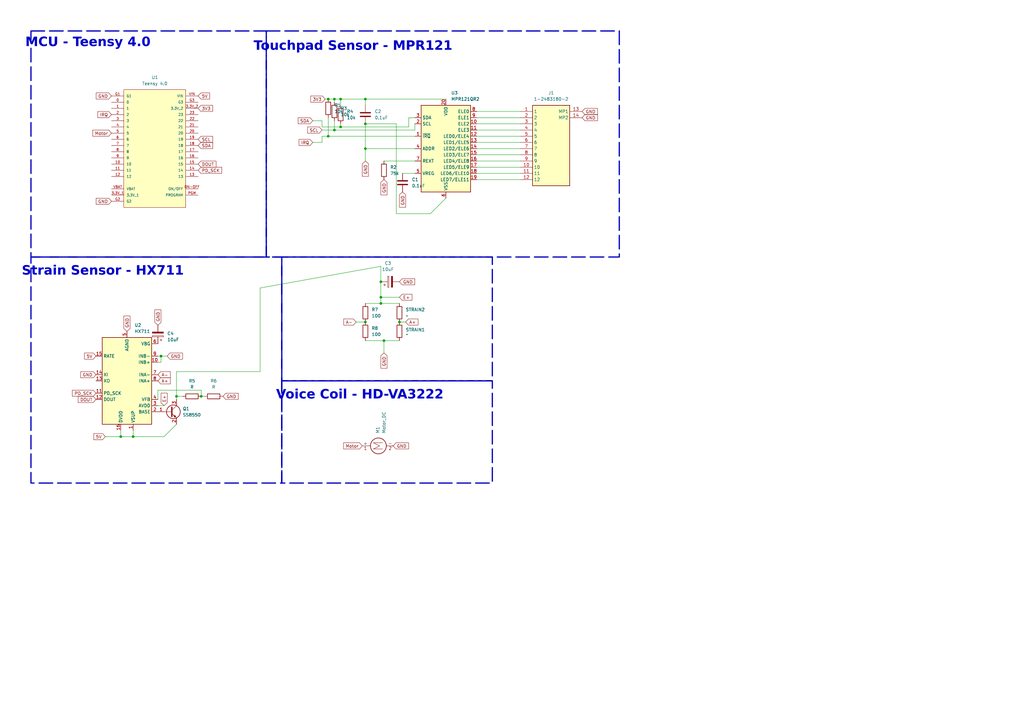
<source format=kicad_sch>
(kicad_sch (version 20250114) (generator "eeschema") (generator_version "9.0")
  (paper "A3")
  (title_block (title "Senior Project Remote") (date "2025-04-21") (rev "2") (company "Quasar Solutions"))
  (lib_symbols
    (symbol "Analog_ADC:HX711"
      (property "Reference" "U" (at 5.08 21.59 0))
      (property "Value" "HX711" (at 7.62 19.05 0))
      (symbol "HX711_0_1"
        (rectangle (start -10.16 17.78) (end 10.16 -17.78) (stroke (width 0.254)) (fill (type background)))
      )
      (symbol "HX711_1_1"
        (pin passive line (at -12.7 12.7 0) (length 2.54) (name "BASE") (number "2"))
        (pin power_in line (at -12.7 10.16 0) (length 2.54) (name "AVDD") (number "3"))
        (pin input line (at -12.7 7.62 0) (length 2.54) (name "VFB") (number "4"))
        (pin input line (at -12.7 0 0) (length 2.54) (name "INA+") (number "8"))
        (pin input line (at -12.7 -2.54 0) (length 2.54) (name "INA-") (number "7"))
        (pin input line (at -12.7 -7.62 0) (length 2.54) (name "INB+") (number "10"))
        (pin input line (at -12.7 -10.16 0) (length 2.54) (name "INB-") (number "9"))
        (pin passive line (at -12.7 -15.24 0) (length 2.54) (name "VBG") (number "6"))
        (pin power_in line (at -2.54 20.32 270) (length 2.54) (name "VSUP") (number "1"))
        (pin power_in line (at 0 -20.32 90) (length 2.54) (name "AGND") (number "5"))
        (pin power_in line (at 2.54 20.32 270) (length 2.54) (name "DVDD") (number "16"))
        (pin output line (at 12.7 7.62 180) (length 2.54) (name "DOUT") (number "12"))
        (pin input line (at 12.7 5.08 180) (length 2.54) (name "PD_SCK") (number "11"))
        (pin passive line (at 12.7 0 180) (length 2.54) (name "XO") (number "13"))
        (pin passive line (at 12.7 -2.54 180) (length 2.54) (name "XI") (number "14"))
        (pin input line (at 12.7 -10.16 180) (length 2.54) (name "RATE") (number "15"))
      )
    )
    (symbol "DEV-15583:Teensy 4.0" (pin_names (offset 1.016))
      (property "Reference" "U" (at -12.7 23.622 0))
      (property "Value" "Teensy 4.0" (at -12.7 -27.94 0))
      (symbol "Teensy 4.0_0_0"
        (rectangle (start -12.7 -25.4) (end 12.7 22.86) (stroke (width 0.1524)) (fill (type background)))
        (pin power_in line (at -17.78 20.32 0) (length 5.08) (name "G1") (number "G1"))
        (pin bidirectional line (at -17.78 17.78 0) (length 5.08) (name "0") (number "0"))
        (pin bidirectional line (at -17.78 15.24 0) (length 5.08) (name "1") (number "1"))
        (pin bidirectional line (at -17.78 12.7 0) (length 5.08) (name "2") (number "2"))
        (pin bidirectional line (at -17.78 10.16 0) (length 5.08) (name "3") (number "3"))
        (pin bidirectional line (at -17.78 7.62 0) (length 5.08) (name "4") (number "4"))
        (pin bidirectional line (at -17.78 5.08 0) (length 5.08) (name "5") (number "5"))
        (pin bidirectional line (at -17.78 2.54 0) (length 5.08) (name "6") (number "6"))
        (pin bidirectional line (at -17.78 0 0) (length 5.08) (name "7") (number "7"))
        (pin bidirectional line (at -17.78 -2.54 0) (length 5.08) (name "8") (number "8"))
        (pin bidirectional line (at -17.78 -5.08 0) (length 5.08) (name "9") (number "9"))
        (pin bidirectional line (at -17.78 -7.62 0) (length 5.08) (name "10") (number "10"))
        (pin bidirectional line (at -17.78 -10.16 0) (length 5.08) (name "11") (number "11"))
        (pin bidirectional line (at -17.78 -12.7 0) (length 5.08) (name "12") (number "12"))
        (pin power_in line (at -17.78 -17.78 0) (length 5.08) (name "VBAT") (number "VBAT"))
        (pin power_in line (at -17.78 -20.32 0) (length 5.08) (name "3.3V_1") (number "3.3V_1"))
        (pin power_in line (at -17.78 -22.86 0) (length 5.08) (name "G2") (number "G2"))
        (pin power_in line (at 17.78 20.32 180) (length 5.08) (name "VIN") (number "VIN"))
        (pin power_in line (at 17.78 17.78 180) (length 5.08) (name "G3") (number "G3"))
        (pin power_in line (at 17.78 15.24 180) (length 5.08) (name "3.3V_2") (number "3.3V_2"))
        (pin bidirectional line (at 17.78 12.7 180) (length 5.08) (name "23") (number "23"))
        (pin bidirectional line (at 17.78 10.16 180) (length 5.08) (name "22") (number "22"))
        (pin bidirectional line (at 17.78 7.62 180) (length 5.08) (name "21") (number "21"))
        (pin bidirectional line (at 17.78 5.08 180) (length 5.08) (name "20") (number "20"))
        (pin bidirectional line (at 17.78 2.54 180) (length 5.08) (name "19") (number "19"))
        (pin bidirectional line (at 17.78 0 180) (length 5.08) (name "18") (number "18"))
        (pin bidirectional line (at 17.78 -2.54 180) (length 5.08) (name "17") (number "17"))
        (pin bidirectional line (at 17.78 -5.08 180) (length 5.08) (name "16") (number "16"))
        (pin bidirectional line (at 17.78 -7.62 180) (length 5.08) (name "15") (number "15"))
        (pin bidirectional line (at 17.78 -10.16 180) (length 5.08) (name "14") (number "14"))
        (pin bidirectional line (at 17.78 -12.7 180) (length 5.08) (name "13") (number "13"))
        (pin bidirectional line (at 17.78 -17.78 180) (length 5.08) (name "ON/OFF") (number "ON-OFF"))
        (pin bidirectional line (at 17.78 -20.32 180) (length 5.08) (name "PROGRAM") (number "PGM"))
      )
    )
    (symbol "Device:C" (pin_numbers (hide yes)) (pin_names (offset 0.254))
      (property "Reference" "C" (at 0.635 2.54 0))
      (property "Value" "C" (at 0.635 -2.54 0))
      (symbol "C_0_1"
        (polyline (pts (xy -2.032 0.762) (xy 2.032 0.762)) (stroke (width 0.508)))
        (polyline (pts (xy -2.032 -0.762) (xy 2.032 -0.762)) (stroke (width 0.508)))
      )
      (symbol "C_1_1"
        (pin passive line (at 0 3.81 270) (length 2.794) (name "~") (number "1"))
        (pin passive line (at 0 -3.81 90) (length 2.794) (name "~") (number "2"))
      )
    )
    (symbol "Device:C_Polarized" (pin_numbers (hide yes)) (pin_names (offset 0.254))
      (property "Reference" "C" (at 0.635 2.54 0))
      (property "Value" "C_Polarized" (at 0.635 -2.54 0))
      (symbol "C_Polarized_0_1"
        (rectangle (start -2.286 0.508) (end 2.286 1.016))
        (polyline (pts (xy -1.778 2.286) (xy -0.762 2.286)))
        (polyline (pts (xy -1.27 2.794) (xy -1.27 1.778)))
        (rectangle (start 2.286 -0.508) (end -2.286 -1.016) (fill (type outline)))
      )
      (symbol "C_Polarized_1_1"
        (pin passive line (at 0 3.81 270) (length 2.794) (name "~") (number "1"))
        (pin passive line (at 0 -3.81 90) (length 2.794) (name "~") (number "2"))
      )
    )
    (symbol "Device:R" (pin_numbers (hide yes)) (pin_names (offset 0))
      (property "Reference" "R" (at 2.032 0 90))
      (property "Value" "R" (at 0 0 90))
      (symbol "R_0_1"
        (rectangle (start -1.016 -2.54) (end 1.016 2.54) (stroke (width 0.254)))
      )
      (symbol "R_1_1"
        (pin passive line (at 0 3.81 270) (length 1.27) (name "~") (number "1"))
        (pin passive line (at 0 -3.81 90) (length 1.27) (name "~") (number "2"))
      )
    )
    (symbol "Motor:Motor_DC" (pin_names (offset 0))
      (property "Reference" "M" (at 2.54 2.54 0))
      (property "Value" "Motor_DC" (at 2.54 -5.08 0))
      (symbol "Motor_DC_0_0"
        (polyline (pts (xy -1.27 -3.302) (xy -1.27 0.508) (xy 0 -2.032) (xy 1.27 0.508) (xy 1.27 -3.302)))
      )
      (symbol "Motor_DC_0_1"
        (polyline (pts (xy 0 2.032) (xy 0 2.54)))
        (polyline (pts (xy 0 1.7272) (xy 0 2.0828)))
        (circle (center 0 -1.524) (radius 3.2512) (stroke (width 0.254)))
        (polyline (pts (xy 0 -4.7752) (xy 0 -5.1816)))
        (polyline (pts (xy 0 -7.62) (xy 0 -7.112)))
      )
      (symbol "Motor_DC_1_1"
        (pin passive line (at 0 5.08 270) (length 2.54) (name "+") (number "1"))
        (pin passive line (at 0 -7.62 90) (length 2.54) (name "-") (number "2"))
      )
    )
    (symbol "SamacSys_Parts:1-2483180-2"
      (property "Reference" "J" (at 21.59 7.62 0))
      (property "Value" "1-2483180-2" (at 21.59 5.08 0))
      (symbol "1-2483180-2_1_1"
        (rectangle (start 5.08 2.54) (end 20.32 -30.48) (stroke (width 0.254)) (fill (type background)))
        (pin passive line (at 0 0 0) (length 5.08) (name "1") (number "1"))
        (pin passive line (at 0 -2.54 0) (length 5.08) (name "2") (number "2"))
        (pin passive line (at 0 -5.08 0) (length 5.08) (name "3") (number "3"))
        (pin passive line (at 0 -7.62 0) (length 5.08) (name "4") (number "4"))
        (pin passive line (at 0 -10.16 0) (length 5.08) (name "5") (number "5"))
        (pin passive line (at 0 -12.7 0) (length 5.08) (name "6") (number "6"))
        (pin passive line (at 0 -15.24 0) (length 5.08) (name "7") (number "7"))
        (pin passive line (at 0 -17.78 0) (length 5.08) (name "8") (number "8"))
        (pin passive line (at 0 -20.32 0) (length 5.08) (name "9") (number "9"))
        (pin passive line (at 0 -22.86 0) (length 5.08) (name "10") (number "10"))
        (pin passive line (at 0 -25.4 0) (length 5.08) (name "11") (number "11"))
        (pin passive line (at 0 -27.94 0) (length 5.08) (name "12") (number "12"))
        (pin passive line (at 25.4 0 180) (length 5.08) (name "MP1") (number "13"))
        (pin passive line (at 25.4 -2.54 180) (length 5.08) (name "MP2") (number "14"))
      )
    )
    (symbol "Sensor_Touch:MPR121QR2"
      (property "Reference" "U" (at -10.16 19.05 0))
      (property "Value" "MPR121QR2" (at 6.35 19.05 0))
      (symbol "MPR121QR2_0_1"
        (rectangle (start -10.16 17.78) (end 10.16 -17.78) (stroke (width 0.254)) (fill (type background)))
      )
      (symbol "MPR121QR2_1_1"
        (pin bidirectional line (at -12.7 12.7 0) (length 2.54) (name "SDA") (number "3"))
        (pin input line (at -12.7 10.16 0) (length 2.54) (name "SCL") (number "2"))
        (pin open_collector line (at -12.7 5.08 0) (length 2.54) (name "~{IRQ}") (number "1"))
        (pin input line (at -12.7 0 0) (length 2.54) (name "ADDR") (number "4"))
        (pin passive line (at -12.7 -5.08 0) (length 2.54) (name "REXT") (number "7"))
        (pin passive line (at -12.7 -10.16 0) (length 2.54) (name "VREG") (number "5"))
        (pin power_in line (at 0 20.32 270) (length 2.54) (name "VDD") (number "20"))
        (pin power_in line (at 0 -20.32 90) (length 2.54) (name "VSS") (number "6"))
        (pin passive line (at 12.7 15.24 180) (length 2.54) (name "ELE0") (number "8"))
        (pin passive line (at 12.7 12.7 180) (length 2.54) (name "ELE1") (number "9"))
        (pin passive line (at 12.7 10.16 180) (length 2.54) (name "ELE2") (number "10"))
        (pin passive line (at 12.7 7.62 180) (length 2.54) (name "ELE3") (number "11"))
        (pin passive line (at 12.7 5.08 180) (length 2.54) (name "LED0/ELE4") (number "12"))
        (pin passive line (at 12.7 2.54 180) (length 2.54) (name "LED1/ELE5") (number "13"))
        (pin passive line (at 12.7 0 180) (length 2.54) (name "LED2/ELE6") (number "14"))
        (pin passive line (at 12.7 -2.54 180) (length 2.54) (name "LED3/ELE7") (number "15"))
        (pin passive line (at 12.7 -5.08 180) (length 2.54) (name "LED4/ELE8") (number "16"))
        (pin passive line (at 12.7 -7.62 180) (length 2.54) (name "LED5/ELE9") (number "17"))
        (pin passive line (at 12.7 -10.16 180) (length 2.54) (name "LED6/ELE10") (number "18"))
        (pin passive line (at 12.7 -12.7 180) (length 2.54) (name "LED7/ELE11") (number "19"))
      )
    )
    (symbol "Transistor_BJT:SS8550" (pin_names (offset 0) (hide yes))
      (property "Reference" "Q" (at 5.08 1.905 0))
      (property "Value" "SS8550" (at 5.08 0 0))
      (symbol "SS8550_0_1"
        (polyline (pts (xy -2.54 0) (xy 0.635 0)))
        (polyline (pts (xy 0.635 1.905) (xy 0.635 -1.905)) (stroke (width 0.508)))
        (polyline (pts (xy 0.635 0.635) (xy 2.54 2.54)))
        (polyline (pts (xy 0.635 -0.635) (xy 2.54 -2.54)))
        (circle (center 1.27 0) (radius 2.8194) (stroke (width 0.254)))
        (polyline (pts (xy 2.286 -1.778) (xy 1.778 -2.286) (xy 1.27 -1.27) (xy 2.286 -1.778)) (fill (type outline)))
      )
      (symbol "SS8550_1_1"
        (pin input line (at -5.08 0 0) (length 2.54) (name "B") (number "1"))
        (pin passive line (at 2.54 5.08 270) (length 2.54) (name "C") (number "3"))
        (pin passive line (at 2.54 -5.08 90) (length 2.54) (name "E") (number "2"))
      )
    )
  )
  (rectangle (start 12.7 105.41) (end 115.57 198.12) (stroke (width 0.508) (type dash)))
  (rectangle (start 115.57 105.41) (end 201.93 156.21) (stroke (width 0.508) (type dash)))
  (rectangle (start 109.22 12.7) (end 254 105.41) (stroke (width 0.508) (type dash)))
  (rectangle (start 115.57 156.21) (end 201.93 198.12) (stroke (width 0.508) (type dash)))
  (rectangle (start 12.7 12.7) (end 109.22 105.41) (stroke (width 0.508) (type dash)))
  (text "Touchpad Sensor - MPR121" (at 144.78 20.066 0) (effects (font (size 3.81 3.81) (thickness 0.762) (bold yes))))
  (text "MCU - Teensy 4.0" (at 36.068 18.542 0) (effects (font (size 3.81 3.81) (thickness 0.762) (bold yes))))
  (text "Strain Sensor - HX711" (at 42.164 112.268 0) (effects (font (size 3.81 3.81) (thickness 0.762) (bold yes))))
  (text "Voice Coil - HD-VA3222" (at 147.574 163.068 0) (effects (font (size 3.81 3.81) (thickness 0.762) (bold yes))))
  (junction (at 139.7 52.07))
  (junction (at 156.21 121.92))
  (junction (at 137.16 40.64))
  (junction (at 149.86 50.8))
  (junction (at 66.04 146.05))
  (junction (at 163.83 132.08))
  (junction (at 134.62 55.88))
  (junction (at 134.62 40.64))
  (junction (at 49.53 179.07))
  (junction (at 149.86 40.64))
  (junction (at 82.55 162.56))
  (junction (at 149.86 60.96))
  (junction (at 157.48 139.7))
  (junction (at 139.7 40.64))
  (junction (at 137.16 53.34))
  (junction (at 149.86 132.08))
  (junction (at 54.61 179.07))
  (junction (at 156.21 124.46))
  (junction (at 156.21 115.57))
  (junction (at 72.39 162.56))
  (wire (pts (xy 67.31 179.07) (xy 72.39 173.99)))
  (wire (pts (xy 134.62 48.26) (xy 134.62 55.88)))
  (wire (pts (xy 156.21 109.22) (xy 106.68 118.11)))
  (wire (pts (xy 134.62 55.88) (xy 170.18 55.88)))
  (wire (pts (xy 66.04 146.05) (xy 66.04 148.59)))
  (wire (pts (xy 167.64 48.26) (xy 170.18 48.26)))
  (wire (pts (xy 133.35 40.64) (xy 134.62 40.64)))
  (wire (pts (xy 139.7 50.8) (xy 139.7 52.07)))
  (wire (pts (xy 167.64 48.26) (xy 167.64 52.07)))
  (wire (pts (xy 149.86 50.8) (xy 162.56 50.8)))
  (wire (pts (xy 146.05 132.08) (xy 149.86 132.08)))
  (wire (pts (xy 149.86 139.7) (xy 157.48 139.7)))
  (wire (pts (xy 66.04 146.05) (xy 68.58 146.05)))
  (wire (pts (xy 195.58 53.34) (xy 213.36 53.34)))
  (wire (pts (xy 156.21 121.92) (xy 156.21 124.46)))
  (wire (pts (xy 162.56 50.8) (xy 162.56 87.63)))
  (wire (pts (xy 149.86 60.96) (xy 170.18 60.96)))
  (wire (pts (xy 195.58 55.88) (xy 213.36 55.88)))
  (wire (pts (xy 64.77 160.02) (xy 82.55 160.02)))
  (wire (pts (xy 132.08 52.07) (xy 139.7 52.07)))
  (wire (pts (xy 54.61 176.53) (xy 54.61 179.07)))
  (wire (pts (xy 149.86 50.8) (xy 149.86 60.96)))
  (wire (pts (xy 132.08 49.53) (xy 132.08 52.07)))
  (wire (pts (xy 195.58 60.96) (xy 213.36 60.96)))
  (wire (pts (xy 163.83 132.08) (xy 166.37 132.08)))
  (wire (pts (xy 195.58 73.66) (xy 213.36 73.66)))
  (wire (pts (xy 137.16 40.64) (xy 139.7 40.64)))
  (wire (pts (xy 43.18 179.07) (xy 49.53 179.07)))
  (wire (pts (xy 82.55 160.02) (xy 82.55 162.56)))
  (wire (pts (xy 74.93 162.56) (xy 72.39 162.56)))
  (wire (pts (xy 149.86 124.46) (xy 156.21 124.46)))
  (wire (pts (xy 156.21 115.57) (xy 156.21 121.92)))
  (wire (pts (xy 49.53 176.53) (xy 49.53 179.07)))
  (wire (pts (xy 137.16 40.64) (xy 137.16 41.91)))
  (wire (pts (xy 137.16 53.34) (xy 170.18 53.34)))
  (wire (pts (xy 149.86 40.64) (xy 182.88 40.64)))
  (wire (pts (xy 149.86 60.96) (xy 149.86 66.04)))
  (wire (pts (xy 72.39 152.4) (xy 72.39 162.56)))
  (wire (pts (xy 195.58 71.12) (xy 213.36 71.12)))
  (wire (pts (xy 106.68 152.4) (xy 72.39 152.4)))
  (wire (pts (xy 132.08 55.88) (xy 134.62 55.88)))
  (wire (pts (xy 64.77 148.59) (xy 66.04 148.59)))
  (wire (pts (xy 156.21 109.22) (xy 156.21 115.57)))
  (wire (pts (xy 54.61 179.07) (xy 67.31 179.07)))
  (wire (pts (xy 162.56 87.63) (xy 176.53 87.63)))
  (wire (pts (xy 139.7 40.64) (xy 149.86 40.64)))
  (wire (pts (xy 67.31 166.37) (xy 64.77 166.37)))
  (wire (pts (xy 64.77 146.05) (xy 66.04 146.05)))
  (wire (pts (xy 139.7 40.64) (xy 139.7 43.18)))
  (wire (pts (xy 195.58 50.8) (xy 213.36 50.8)))
  (wire (pts (xy 195.58 48.26) (xy 213.36 48.26)))
  (wire (pts (xy 195.58 45.72) (xy 213.36 45.72)))
  (wire (pts (xy 163.83 121.92) (xy 156.21 121.92)))
  (wire (pts (xy 134.62 40.64) (xy 137.16 40.64)))
  (wire (pts (xy 170.18 50.8) (xy 170.18 53.34)))
  (wire (pts (xy 137.16 49.53) (xy 137.16 53.34)))
  (wire (pts (xy 157.48 139.7) (xy 157.48 144.78)))
  (wire (pts (xy 157.48 139.7) (xy 163.83 139.7)))
  (wire (pts (xy 132.08 55.88) (xy 132.08 58.42)))
  (wire (pts (xy 128.27 58.42) (xy 132.08 58.42)))
  (wire (pts (xy 128.27 49.53) (xy 132.08 49.53)))
  (wire (pts (xy 195.58 58.42) (xy 213.36 58.42)))
  (wire (pts (xy 106.68 118.11) (xy 106.68 152.4)))
  (wire (pts (xy 195.58 68.58) (xy 213.36 68.58)))
  (wire (pts (xy 182.88 81.28) (xy 176.53 87.63)))
  (wire (pts (xy 64.77 160.02) (xy 64.77 163.83)))
  (wire (pts (xy 72.39 162.56) (xy 72.39 163.83)))
  (wire (pts (xy 49.53 179.07) (xy 54.61 179.07)))
  (wire (pts (xy 82.55 162.56) (xy 83.82 162.56)))
  (wire (pts (xy 195.58 66.04) (xy 213.36 66.04)))
  (wire (pts (xy 156.21 124.46) (xy 163.83 124.46)))
  (wire (pts (xy 195.58 63.5) (xy 213.36 63.5)))
  (wire (pts (xy 149.86 40.64) (xy 149.86 43.18)))
  (wire (pts (xy 139.7 52.07) (xy 167.64 52.07)))
  (wire (pts (xy 157.48 66.04) (xy 170.18 66.04)))
  (wire (pts (xy 165.1 71.12) (xy 170.18 71.12)))
  (wire (pts (xy 132.08 53.34) (xy 137.16 53.34)))
  (global_label "SDA" (shape input) (at 128.27 49.53 180) (property "Intersheetrefs" "${INTERSHEET_REFS}" (effects (hide yes))))
  (global_label "GND" (shape input) (at 149.86 66.04 270) (property "Intersheetrefs" "${INTERSHEET_REFS}" (effects (hide yes))))
  (global_label "A-" (shape input) (at 64.77 153.67 0) (property "Intersheetrefs" "${INTERSHEET_REFS}" (effects (hide yes))))
  (global_label "GND" (shape input) (at 64.77 133.35 90) (property "Intersheetrefs" "${INTERSHEET_REFS}" (effects (hide yes))))
  (global_label "3V3" (shape input) (at 133.35 40.64 180) (property "Intersheetrefs" "${INTERSHEET_REFS}" (effects (hide yes))))
  (global_label "A+" (shape input) (at 64.77 156.21 0) (property "Intersheetrefs" "${INTERSHEET_REFS}" (effects (hide yes))))
  (global_label "GND" (shape input) (at 52.07 135.89 90) (property "Intersheetrefs" "${INTERSHEET_REFS}" (effects (hide yes))))
  (global_label "GND" (shape input) (at 157.48 144.78 270) (property "Intersheetrefs" "${INTERSHEET_REFS}" (effects (hide yes))))
  (global_label "5V" (shape input) (at 39.37 146.05 180) (property "Intersheetrefs" "${INTERSHEET_REFS}" (effects (hide yes))))
  (global_label "PD_SCK" (shape input) (at 81.28 69.85 0) (property "Intersheetrefs" "${INTERSHEET_REFS}" (effects (hide yes))))
  (global_label "GND" (shape input) (at 163.83 115.57 0) (property "Intersheetrefs" "${INTERSHEET_REFS}" (effects (hide yes))))
  (global_label "5V" (shape input) (at 81.28 39.37 0) (property "Intersheetrefs" "${INTERSHEET_REFS}" (effects (hide yes))))
  (global_label "IRQ" (shape input) (at 128.27 58.42 180) (property "Intersheetrefs" "${INTERSHEET_REFS}" (effects (hide yes))))
  (global_label "SCL" (shape input) (at 132.08 53.34 180) (property "Intersheetrefs" "${INTERSHEET_REFS}" (effects (hide yes))))
  (global_label "Motor" (shape input) (at 45.72 54.61 180) (property "Intersheetrefs" "${INTERSHEET_REFS}" (effects (hide yes))))
  (global_label "DOUT" (shape input) (at 39.37 163.83 180) (property "Intersheetrefs" "${INTERSHEET_REFS}" (effects (hide yes))))
  (global_label "GND" (shape input) (at 157.48 73.66 270) (property "Intersheetrefs" "${INTERSHEET_REFS}" (effects (hide yes))))
  (global_label "E+" (shape input) (at 163.83 121.92 0) (property "Intersheetrefs" "${INTERSHEET_REFS}" (effects (hide yes))))
  (global_label "PD_SCK" (shape input) (at 39.37 161.29 180) (property "Intersheetrefs" "${INTERSHEET_REFS}" (effects (hide yes))))
  (global_label "5V" (shape input) (at 43.18 179.07 180) (property "Intersheetrefs" "${INTERSHEET_REFS}" (effects (hide yes))))
  (global_label "DOUT" (shape input) (at 81.28 67.31 0) (property "Intersheetrefs" "${INTERSHEET_REFS}" (effects (hide yes))))
  (global_label "SDA" (shape input) (at 81.28 59.69 0) (property "Intersheetrefs" "${INTERSHEET_REFS}" (effects (hide yes))))
  (global_label "A+" (shape input) (at 166.37 132.08 0) (property "Intersheetrefs" "${INTERSHEET_REFS}" (effects (hide yes))))
  (global_label "GND" (shape input) (at 238.76 45.72 0) (property "Intersheetrefs" "${INTERSHEET_REFS}" (effects (hide yes))))
  (global_label "GND" (shape input) (at 68.58 146.05 0) (property "Intersheetrefs" "${INTERSHEET_REFS}" (effects (hide yes))))
  (global_label "GND" (shape input) (at 45.72 39.37 180) (property "Intersheetrefs" "${INTERSHEET_REFS}" (effects (hide yes))))
  (global_label "SCL" (shape input) (at 81.28 57.15 0) (property "Intersheetrefs" "${INTERSHEET_REFS}" (effects (hide yes))))
  (global_label "A-" (shape input) (at 146.05 132.08 180) (property "Intersheetrefs" "${INTERSHEET_REFS}" (effects (hide yes))))
  (global_label "GND" (shape input) (at 91.44 162.56 0) (property "Intersheetrefs" "${INTERSHEET_REFS}" (effects (hide yes))))
  (global_label "E+" (shape input) (at 67.31 166.37 90) (property "Intersheetrefs" "${INTERSHEET_REFS}" (effects (hide yes))))
  (global_label "IRQ" (shape input) (at 45.72 46.99 180) (property "Intersheetrefs" "${INTERSHEET_REFS}" (effects (hide yes))))
  (global_label "3V3" (shape input) (at 81.28 44.45 0) (property "Intersheetrefs" "${INTERSHEET_REFS}" (effects (hide yes))))
  (global_label "GND" (shape input) (at 39.37 153.67 180) (property "Intersheetrefs" "${INTERSHEET_REFS}" (effects (hide yes))))
  (global_label "GND" (shape input) (at 161.29 182.88 0) (property "Intersheetrefs" "${INTERSHEET_REFS}" (effects (hide yes))))
  (global_label "Motor" (shape input) (at 148.59 182.88 180) (property "Intersheetrefs" "${INTERSHEET_REFS}" (effects (hide yes))))
  (global_label "GND" (shape input) (at 238.76 48.26 0) (property "Intersheetrefs" "${INTERSHEET_REFS}" (effects (hide yes))))
  (global_label "GND" (shape input) (at 45.72 82.55 180) (property "Intersheetrefs" "${INTERSHEET_REFS}" (effects (hide yes))))
  (global_label "GND" (shape input) (at 165.1 78.74 270) (property "Intersheetrefs" "${INTERSHEET_REFS}" (effects (hide yes))))
  (symbol (lib_id "Device:R") (at 157.48 69.85 0) (unit 1)
    (property "Reference" "R2" (at 160.02 68.5799 0) (effects (justify left)))
    (property "Value" "75k" (at 160.02 71.1199 0) (effects (justify left)))
    (property "Footprint" "Resistor_SMD:R_0201_0603Metric" (effects (hide yes)))
    (property "Description" "Resistor" (effects (hide yes)))
  )
  (symbol (lib_id "Device:C") (at 149.86 46.99 0) (unit 1)
    (property "Reference" "C2" (at 153.67 45.7199 0) (effects (justify left)))
    (property "Value" "0.1uF" (at 153.67 48.2599 0) (effects (justify left)))
    (property "Footprint" "Capacitor_SMD:C_0201_0603Metric" (effects (hide yes)))
    (property "Description" "Unpolarized capacitor" (effects (hide yes)))
  )
  (symbol (lib_id "Transistor_BJT:SS8550") (at 69.85 168.91 0) (unit 1)
    (property "Reference" "Q1" (at 74.93 167.6399 0) (effects (justify left)))
    (property "Value" "SS8550" (at 74.93 170.1799 0) (effects (justify left)))
    (property "Footprint" "Package_TO_SOT_SMD:SOT-416" (effects (hide yes)))
    (property "Datasheet" "http://www.secosgmbh.com/datasheet/products/SSMPTransistor/SOT-23/SS8550.pdf" (effects (hide yes)))
    (property "Description" "General Purpose PNP Transistor, 1.5A Ic, 25V Vce, SOT-23" (effects (hide yes)))
  )
  (symbol (lib_id "Device:C_Polarized") (at 160.02 115.57 90) (unit 1)
    (property "Reference" "C3" (at 159.131 107.95 90))
    (property "Value" "10uF" (at 159.131 110.49 90))
    (property "Footprint" "Capacitor_SMD:CP_Elec_4x4.5" (effects (hide yes)))
    (property "Description" "Polarized capacitor" (effects (hide yes)))
  )
  (symbol (lib_id "Device:C") (at 165.1 74.93 0) (unit 1)
    (property "Reference" "C1" (at 168.91 73.6599 0) (effects (justify left)))
    (property "Value" "0.1uF" (at 168.91 76.1999 0) (effects (justify left)))
    (property "Footprint" "Capacitor_SMD:C_0201_0603Metric" (effects (hide yes)))
    (property "Description" "Unpolarized capacitor" (effects (hide yes)))
  )
  (symbol (lib_id "Device:C_Polarized") (at 64.77 137.16 180) (unit 1)
    (property "Reference" "C4" (at 68.58 136.7789 0) (effects (justify right)))
    (property "Value" "10uF" (at 68.58 139.3189 0) (effects (justify right)))
    (property "Footprint" "Capacitor_SMD:CP_Elec_4x4.5" (effects (hide yes)))
    (property "Description" "Polarized capacitor" (effects (hide yes)))
  )
  (symbol (lib_id "Device:R") (at 149.86 128.27 0) (unit 1)
    (property "Reference" "R7" (at 152.4 126.9999 0) (effects (justify left)))
    (property "Value" "100" (at 152.4 129.5399 0) (effects (justify left)))
    (property "Footprint" "Resistor_SMD:R_0201_0603Metric" (effects (hide yes)))
    (property "Description" "Resistor" (effects (hide yes)))
  )
  (symbol (lib_id "Device:R") (at 139.7 46.99 0) (unit 1)
    (property "Reference" "R4" (at 142.24 45.7199 0) (effects (justify left)))
    (property "Value" "10k" (at 142.24 48.2599 0) (effects (justify left)))
    (property "Footprint" "Resistor_SMD:R_0201_0603Metric" (effects (hide yes)))
    (property "Description" "Resistor" (effects (hide yes)))
  )
  (symbol (lib_id "Device:R") (at 134.62 44.45 0) (unit 1)
    (property "Reference" "R1" (at 137.16 43.1799 0) (effects (justify left)))
    (property "Value" "10k" (at 137.16 45.7199 0) (effects (justify left)))
    (property "Footprint" "Resistor_SMD:R_0201_0603Metric" (effects (hide yes)))
    (property "Description" "Resistor" (effects (hide yes)))
  )
  (symbol (lib_id "Device:R") (at 163.83 128.27 0) (unit 1)
    (property "Reference" "STRAIN2" (at 166.37 126.9999 0) (effects (justify left)))
    (property "Value" "~" (at 166.37 129.5399 0) (effects (justify left)))
    (property "Footprint" "Resistor_SMD:R_2816_7142Metric_Pad3.20x4.45mm_HandSolder" (effects (hide yes)))
    (property "Description" "Resistor" (effects (hide yes)))
  )
  (symbol (lib_id "DEV-15583:Teensy 4.0") (at 63.5 59.69 0) (unit 1)
    (property "Reference" "U1" (at 63.5 31.75 0))
    (property "Value" "Teensy 4.0" (at 63.5 34.29 0))
    (property "Footprint" "Teensy 4.0:MODULE_Teensy 4.0" (effects (hide yes)))
    (property "MF" "SparkFun Electronics" (effects (hide yes)))
    (property "MAXIMUM_PACKAGE_HEIGHT" "5.87mm" (effects (hide yes)))
    (property "Package" "None" (effects (hide yes)))
    (property "Price" "None" (effects (hide yes)))
    (property "Check_prices" "https://www.snapeda.com/parts/DEV-15583/SparkFun/view-part/?ref=eda" (effects (hide yes)))
    (property "STANDARD" "Manufacturer Recommendations" (effects (hide yes)))
    (property "SnapEDA_Link" "https://www.snapeda.com/parts/DEV-15583/SparkFun/view-part/?ref=snap" (effects (hide yes)))
    (property "MP" "DEV-15583" (effects (hide yes)))
    (property "Description_1" "RT1062 Teensy 4.0 series ARM® Cortex®-M7 MPU Embedded Evaluation Board" (effects (hide yes)))
    (property "Availability" "In Stock" (effects (hide yes)))
    (property "MANUFACTURER" "Sparkfun" (effects (hide yes)))
  )
  (symbol (lib_id "Analog_ADC:HX711") (at 52.07 156.21 180) (unit 1)
    (property "Reference" "U2" (at 55.1881 133.35 0) (effects (justify right)))
    (property "Value" "HX711" (at 55.1881 135.89 0) (effects (justify right)))
    (property "Footprint" "Package_SO:SOP-16_3.9x9.9mm_P1.27mm" (effects (hide yes)))
    (property "Datasheet" "https://web.archive.org/web/20220615044707/https://akizukidenshi.com/download/ds/avia/hx711.pdf" (effects (hide yes)))
    (property "Description" "24-Bit Analog-to-Digital Converter (ADC) for Weight Scales" (effects (hide yes)))
  )
  (symbol (lib_id "Device:R") (at 78.74 162.56 270) (unit 1)
    (property "Reference" "R5" (at 78.74 156.21 90))
    (property "Value" "R" (at 78.74 158.75 90))
    (property "Footprint" "Resistor_SMD:R_0201_0603Metric" (effects (hide yes)))
    (property "Description" "Resistor" (effects (hide yes)))
  )
  (symbol (lib_id "Motor:Motor_DC") (at 153.67 182.88 90) (unit 1)
    (property "Reference" "M1" (at 154.9399 177.8 0) (effects (justify left)))
    (property "Value" "Motor_DC" (at 157.4799 177.8 0) (effects (justify left)))
    (property "Footprint" "Resistor_SMD:R_2816_7142Metric_Pad3.20x4.45mm_HandSolder" (effects (hide yes)))
    (property "Description" "DC Motor" (effects (hide yes)))
  )
  (symbol (lib_id "Device:R") (at 87.63 162.56 270) (unit 1)
    (property "Reference" "R6" (at 87.63 156.21 90))
    (property "Value" "R" (at 87.63 158.75 90))
    (property "Footprint" "Resistor_SMD:R_0201_0603Metric" (effects (hide yes)))
    (property "Description" "Resistor" (effects (hide yes)))
  )
  (symbol (lib_id "Sensor_Touch:MPR121QR2") (at 182.88 60.96 0) (unit 1)
    (property "Reference" "U3" (at 185.0233 38.1 0) (effects (justify left)))
    (property "Value" "MPR121QR2" (at 185.0233 40.64 0) (effects (justify left)))
    (property "Footprint" "Package_DFN_QFN:UQFN-20_3x3mm_P0.4mm" (effects (hide yes)))
    (property "Datasheet" "https://resurgentsemi.com/wp-content/uploads/2018/09/MPR121_rev5-Resurgent.pdf?d453f8&d453f8" (effects (hide yes)))
    (property "Description" "12ch Touch Sensor controller, UQFN-20" (effects (hide yes)))
  )
  (symbol (lib_id "Device:R") (at 149.86 135.89 0) (unit 1)
    (property "Reference" "R8" (at 152.4 134.6199 0) (effects (justify left)))
    (property "Value" "100" (at 152.4 137.1599 0) (effects (justify left)))
    (property "Footprint" "Resistor_SMD:R_0201_0603Metric" (effects (hide yes)))
    (property "Description" "Resistor" (effects (hide yes)))
  )
  (symbol (lib_id "Device:R") (at 137.16 45.72 0) (unit 1)
    (property "Reference" "R3" (at 139.7 44.4499 0) (effects (justify left)))
    (property "Value" "10k" (at 139.7 46.9899 0) (effects (justify left)))
    (property "Footprint" "Resistor_SMD:R_0201_0603Metric" (effects (hide yes)))
    (property "Description" "Resistor" (effects (hide yes)))
  )
  (symbol (lib_id "SamacSys_Parts:1-2483180-2") (at 213.36 45.72 0) (unit 1)
    (property "Reference" "J1" (at 226.06 38.1 0))
    (property "Value" "1-2483180-2" (at 226.06 40.64 0))
    (property "Footprint" "SamacSys IMPORTED:1-2483180-2" (effects (hide yes)))
    (property "Datasheet" "https://www.te.com/commerce/DocumentDelivery/DDEController?Action=showdoc&DocId=Customer+Drawing%7F2483180%7FA1%7Fpdf%7FEnglish%7FENG_CD_2483180_A1.pdf%7F2483180-3" (effects (hide yes)))
    (property "Description" "PCB Mount Header, Vertical, Wire-to-Board, 12 Position, .8 mm [.031 in] Centerline, Header & Push-Push Assembly, Gold Flash, Surface Mount" (effects (hide yes)))
    (property "Height" "2.9" (effects (hide yes)))
    (property "Manufacturer_Name" "TE Connectivity" (effects (hide yes)))
    (property "Manufacturer_Part_Number" "1-2483180-2" (effects (hide yes)))
    (property "Mouser Part Number" "571-1-2483180-2" (effects (hide yes)))
    (property "Mouser Price/Stock" "https://www.mouser.co.uk/ProductDetail/TE-Connectivity/1-2483180-2?qs=a2MtRaTmNOSV0oP1fjpTHA%3D%3D" (effects (hide yes)))
    (property "Arrow Part Number" "1-2483180-2" (effects (hide yes)))
    (property "Arrow Price/Stock" "https://www.arrow.com/en/products/1-2483180-2/te-connectivity?utm_currency=USD&region=nac" (effects (hide yes)))
  )
  (symbol (lib_id "Device:R") (at 163.83 135.89 180) (unit 1)
    (property "Reference" "STRAIN1" (at 166.37 135.2549 0) (effects (justify right)))
    (property "Value" "~" (at 166.37 137.16 0) (effects (justify right)))
    (property "Footprint" "Resistor_SMD:R_2816_7142Metric_Pad3.20x4.45mm_HandSolder" (effects (hide yes)))
    (property "Description" "Resistor" (effects (hide yes)))
  )
)
</source>
